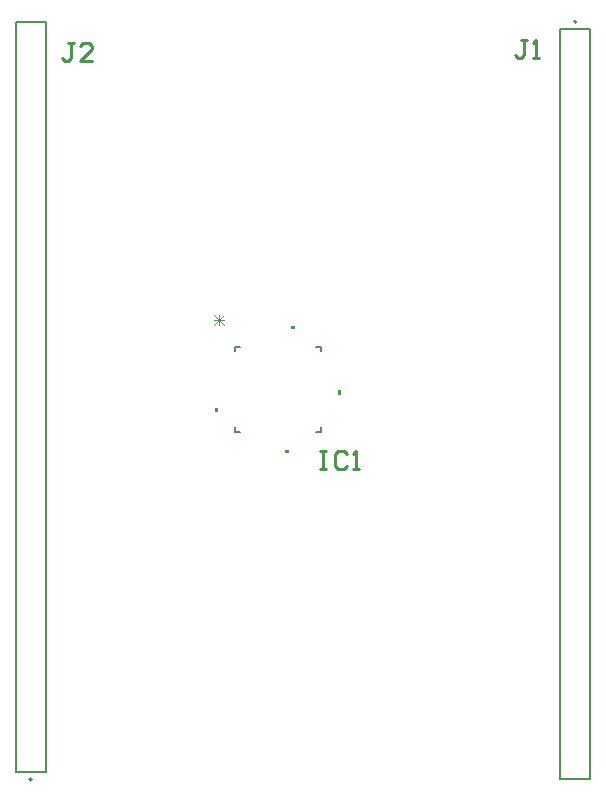
<source format=gbr>
G04*
G04 #@! TF.GenerationSoftware,Altium Limited,Altium Designer,25.4.2 (15)*
G04*
G04 Layer_Color=65535*
%FSLAX44Y44*%
%MOMM*%
G71*
G04*
G04 #@! TF.SameCoordinates,7CC7F18F-E7B3-4B97-A1FD-F02243D0E875*
G04*
G04*
G04 #@! TF.FilePolarity,Positive*
G04*
G01*
G75*
%ADD10C,0.2000*%
%ADD11C,0.1524*%
%ADD12C,0.2540*%
%ADD13C,0.0762*%
G36*
X177504Y320955D02*
X174964D01*
Y317145D01*
X177504D01*
Y320955D01*
D02*
G37*
G36*
X238005Y285454D02*
X234195D01*
Y282914D01*
X238005D01*
Y285454D01*
D02*
G37*
G36*
X279696Y335955D02*
X282236D01*
Y332145D01*
X279696D01*
Y335955D01*
D02*
G37*
G36*
X243005Y387646D02*
X239195D01*
Y390186D01*
X243005D01*
Y387646D01*
D02*
G37*
D10*
X481060Y647850D02*
G03*
X481060Y647850I-1000J0D01*
G01*
X20050Y6200D02*
G03*
X20050Y6200I-1000J0D01*
G01*
X467360Y6350D02*
Y641350D01*
X492760Y6350D02*
Y641350D01*
X467360Y6350D02*
X492760D01*
X467360Y641350D02*
X492760D01*
X31750Y12700D02*
Y647700D01*
X6350Y12700D02*
Y647700D01*
X31750D01*
X6350Y12700D02*
X31750D01*
D11*
X192330Y372820D02*
X196423D01*
X192330Y300280D02*
X196423D01*
X264870D02*
Y304373D01*
X260777Y372820D02*
X264870D01*
X192330Y368727D02*
Y372820D01*
Y300280D02*
Y304373D01*
X260777Y300280D02*
X264870D01*
Y368727D02*
Y372820D01*
D12*
X55881Y629917D02*
X50802D01*
X53342D01*
Y617222D01*
X50802Y614683D01*
X48263D01*
X45724Y617222D01*
X71116Y614683D02*
X60959D01*
X71116Y624839D01*
Y627378D01*
X68577Y629917D01*
X63498D01*
X60959Y627378D01*
X439420Y632458D02*
X434342D01*
X436881D01*
Y619762D01*
X434342Y617223D01*
X431802D01*
X429263Y619762D01*
X444498Y617223D02*
X449577D01*
X447038D01*
Y632458D01*
X444498Y629918D01*
X264165Y284478D02*
X269244D01*
X266705D01*
Y269242D01*
X264165D01*
X269244D01*
X287018Y281938D02*
X284479Y284478D01*
X279400D01*
X276861Y281938D01*
Y271782D01*
X279400Y269242D01*
X284479D01*
X287018Y271782D01*
X292096Y269242D02*
X297175D01*
X294636D01*
Y284478D01*
X292096Y281938D01*
D13*
X173990Y399200D02*
X182454Y390736D01*
X173990D02*
X182454Y399200D01*
X173990Y394968D02*
X182454D01*
X178222Y390736D02*
Y399200D01*
M02*

</source>
